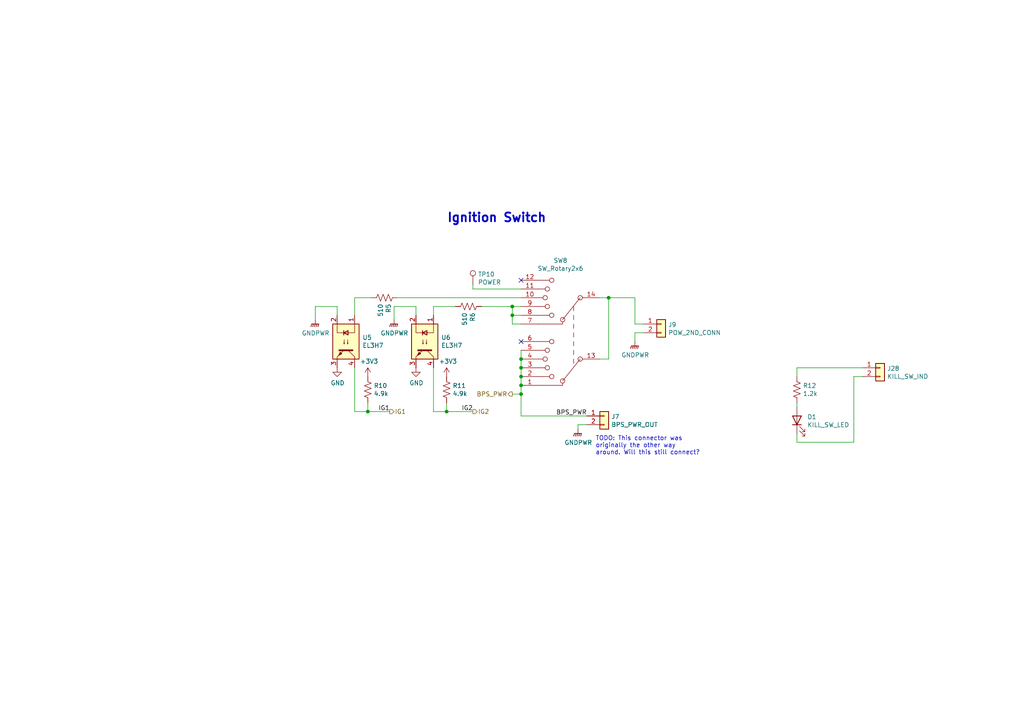
<source format=kicad_sch>
(kicad_sch (version 20211123) (generator eeschema)
  (paper "A4")
  (lib_symbols
    (symbol "Connector:TestPoint" (pin_numbers hide) (pin_names (offset 0.762) hide)
      (property "Reference" "TP" (at 0 6.858 0))
      (property "Value" "TestPoint" (at 0 5.08 0))
      (symbol "TestPoint_0_1"
        (circle (center 0 3.302) (radius 0.762))
      )
      (symbol "TestPoint_1_1"
        (pin passive line (at 0 0 90) (length 2.54) (name "1") (number "1"))
      )
    )
    (symbol "Connector_Generic:Conn_01x02" (pin_names (offset 1.016) hide)
      (property "Reference" "J" (at 0 2.54 0))
      (property "Value" "Conn_01x02" (at 0 -5.08 0))
      (symbol "Conn_01x02_1_1"
        (rectangle (start -1.27 -2.413) (end 0 -2.667) (stroke (width 0.1524)))
        (rectangle (start -1.27 0.127) (end 0 -0.127) (stroke (width 0.1524)))
        (rectangle (start -1.27 1.27) (end 1.27 -3.81) (stroke (width 0.254)) (fill (type background)))
        (pin passive line (at -5.08 0 0) (length 3.81) (name "Pin_1") (number "1"))
        (pin passive line (at -5.08 -2.54 0) (length 3.81) (name "Pin_2") (number "2"))
      )
    )
    (symbol "Device:LED" (pin_numbers hide) (pin_names (offset 1.016) hide)
      (property "Reference" "D" (at 0 2.54 0))
      (property "Value" "LED" (at 0 -2.54 0))
      (symbol "LED_0_1"
        (polyline (pts (xy -1.27 -1.27) (xy -1.27 1.27)) (stroke (width 0.254)))
        (polyline (pts (xy -1.27 0) (xy 1.27 0)))
        (polyline (pts (xy 1.27 -1.27) (xy 1.27 1.27) (xy -1.27 0) (xy 1.27 -1.27)) (stroke (width 0.254)))
        (polyline (pts (xy -3.048 -0.762) (xy -4.572 -2.286) (xy -3.81 -2.286) (xy -4.572 -2.286) (xy -4.572 -1.524)))
        (polyline (pts (xy -1.778 -0.762) (xy -3.302 -2.286) (xy -2.54 -2.286) (xy -3.302 -2.286) (xy -3.302 -1.524)))
      )
      (symbol "LED_1_1"
        (pin passive line (at -3.81 0 0) (length 2.54) (name "K") (number "1"))
        (pin passive line (at 3.81 0 180) (length 2.54) (name "A") (number "2"))
      )
    )
    (symbol "Device:R_US" (pin_numbers hide) (pin_names (offset 0))
      (property "Reference" "R" (at 2.54 0 90))
      (property "Value" "R_US" (at -2.54 0 90))
      (symbol "R_US_0_1"
        (polyline (pts (xy 0 -2.286) (xy 0 -2.54)))
        (polyline (pts (xy 0 2.286) (xy 0 2.54)))
        (polyline (pts (xy 0 -0.762) (xy 1.016 -1.143) (xy 0 -1.524) (xy -1.016 -1.905) (xy 0 -2.286)))
        (polyline (pts (xy 0 0.762) (xy 1.016 0.381) (xy 0 0) (xy -1.016 -0.381) (xy 0 -0.762)))
        (polyline (pts (xy 0 2.286) (xy 1.016 1.905) (xy 0 1.524) (xy -1.016 1.143) (xy 0 0.762)))
      )
      (symbol "R_US_1_1"
        (pin passive line (at 0 3.81 270) (length 1.27) (name "~") (number "1"))
        (pin passive line (at 0 -3.81 90) (length 1.27) (name "~") (number "2"))
      )
    )
    (symbol "Isolator:SFH617A-1" (pin_names (offset 1.016))
      (property "Reference" "U" (at -5.08 5.08 0))
      (property "Value" "SFH617A-1" (at 0 5.08 0))
      (symbol "SFH617A-1_0_1"
        (rectangle (start -5.08 3.81) (end 5.08 -3.81) (stroke (width 0.254)) (fill (type background)))
        (polyline (pts (xy -3.175 -0.635) (xy -1.905 -0.635)) (stroke (width 0.254)))
        (polyline (pts (xy 2.54 0.635) (xy 4.445 2.54)))
        (polyline (pts (xy 4.445 -2.54) (xy 2.54 -0.635)) (fill (type outline)))
        (polyline (pts (xy 4.445 -2.54) (xy 5.08 -2.54)))
        (polyline (pts (xy 4.445 2.54) (xy 5.08 2.54)))
        (polyline (pts (xy -2.54 -0.635) (xy -2.54 -2.54) (xy -5.08 -2.54)))
        (polyline (pts (xy 2.54 1.905) (xy 2.54 -1.905) (xy 2.54 -1.905)) (stroke (width 0.508)))
        (polyline (pts (xy -5.08 2.54) (xy -2.54 2.54) (xy -2.54 -1.27) (xy -2.54 0.635)))
        (polyline (pts (xy -2.54 -0.635) (xy -3.175 0.635) (xy -1.905 0.635) (xy -2.54 -0.635)) (stroke (width 0.254)))
        (polyline (pts (xy -0.508 -0.508) (xy 0.762 -0.508) (xy 0.381 -0.635) (xy 0.381 -0.381) (xy 0.762 -0.508)))
        (polyline (pts (xy -0.508 0.508) (xy 0.762 0.508) (xy 0.381 0.381) (xy 0.381 0.635) (xy 0.762 0.508)))
        (polyline (pts (xy 3.048 -1.651) (xy 3.556 -1.143) (xy 4.064 -2.159) (xy 3.048 -1.651) (xy 3.048 -1.651)) (fill (type outline)))
      )
      (symbol "SFH617A-1_1_1"
        (pin passive line (at -7.62 2.54 0) (length 2.54) (name "~") (number "1"))
        (pin passive line (at -7.62 -2.54 0) (length 2.54) (name "~") (number "2"))
        (pin passive line (at 7.62 -2.54 180) (length 2.54) (name "~") (number "3"))
        (pin passive line (at 7.62 2.54 180) (length 2.54) (name "~") (number "4"))
      )
    )
    (symbol "Switch:SW_Rotary2x6" (pin_names (offset 1.016) hide)
      (property "Reference" "SW" (at 0 17.78 0))
      (property "Value" "SW_Rotary2x6" (at 0 -17.78 0))
      (symbol "SW_Rotary2x6_0_0"
        (circle (center -4.445 -10.16) (radius 0.635))
        (circle (center -4.445 7.62) (radius 0.635))
        (polyline (pts (xy -4.445 -10.16) (xy 0.635 -3.81)))
        (polyline (pts (xy -4.445 7.62) (xy 0.635 13.97)))
        (polyline (pts (xy -2.54 -7.62) (xy -2.54 -6.35)))
        (polyline (pts (xy -2.54 -5.08) (xy -2.54 -3.81)))
        (polyline (pts (xy -2.54 -2.54) (xy -2.54 -1.27)))
        (polyline (pts (xy -2.54 0) (xy -2.54 1.27)))
        (polyline (pts (xy -2.54 2.54) (xy -2.54 3.81)))
        (polyline (pts (xy -2.54 5.08) (xy -2.54 6.35)))
        (polyline (pts (xy -2.54 7.62) (xy -2.54 8.89)))
        (polyline (pts (xy 4.445 -5.08) (xy 7.62 -5.08)))
        (polyline (pts (xy 4.445 12.7) (xy 7.62 12.7)))
        (polyline (pts (xy 5.715 -12.7) (xy 7.62 -12.7)))
        (polyline (pts (xy 5.715 -7.62) (xy 7.62 -7.62)))
        (polyline (pts (xy 5.715 5.08) (xy 7.62 5.08)))
        (polyline (pts (xy 5.715 10.16) (xy 7.62 10.16)))
        (polyline (pts (xy 6.35 -10.16) (xy 7.62 -10.16)))
        (polyline (pts (xy 6.35 7.62) (xy 7.62 7.62)))
        (polyline (pts (xy 7.62 -15.24) (xy 4.445 -15.24)))
        (polyline (pts (xy 7.62 2.54) (xy 4.445 2.54)))
        (polyline (pts (xy 0.635 -3.175) (xy 0.635 -2.54) (xy 7.62 -2.54)))
        (polyline (pts (xy 0.635 14.605) (xy 0.635 15.24) (xy 7.62 15.24)))
        (circle (center 0.635 -3.81) (radius 0.635))
        (circle (center 0.635 13.97) (radius 0.635))
        (circle (center 3.81 -15.24) (radius 0.635))
        (circle (center 3.81 -5.08) (radius 0.635))
        (circle (center 3.81 2.54) (radius 0.635))
        (circle (center 3.81 12.7) (radius 0.635))
        (circle (center 5.08 -12.7) (radius 0.635))
        (circle (center 5.08 -7.62) (radius 0.635))
        (circle (center 5.08 5.08) (radius 0.635))
        (circle (center 5.08 10.16) (radius 0.635))
        (circle (center 5.715 -10.16) (radius 0.635))
        (circle (center 5.715 7.62) (radius 0.635))
      )
      (symbol "SW_Rotary2x6_0_1"
        (pin passive line (at 12.7 15.24 180) (length 5.08) (name "1") (number "1"))
        (pin passive line (at 12.7 -10.16 180) (length 5.08) (name "10") (number "10"))
        (pin passive line (at 12.7 -12.7 180) (length 5.08) (name "11") (number "11"))
        (pin passive line (at 12.7 -15.24 180) (length 5.08) (name "12") (number "12"))
        (pin passive line (at -10.16 7.62 0) (length 5.08) (name "13") (number "13"))
        (pin passive line (at -10.16 -10.16 0) (length 5.08) (name "14") (number "14"))
        (pin passive line (at 12.7 12.7 180) (length 5.08) (name "2") (number "2"))
        (pin passive line (at 12.7 10.16 180) (length 5.08) (name "3") (number "3"))
        (pin passive line (at 12.7 7.62 180) (length 5.08) (name "4") (number "4"))
        (pin passive line (at 12.7 5.08 180) (length 5.08) (name "5") (number "5"))
        (pin passive line (at 12.7 2.54 180) (length 5.08) (name "6") (number "6"))
        (pin passive line (at 12.7 -2.54 180) (length 5.08) (name "7") (number "7"))
        (pin passive line (at 12.7 -5.08 180) (length 5.08) (name "8") (number "8"))
        (pin passive line (at 12.7 -7.62 180) (length 5.08) (name "9") (number "9"))
      )
    )
    (symbol "power:+3.3V" (power) (pin_names (offset 0))
      (property "Value" "+3.3V" (at 0 3.556 0))
      (symbol "+3.3V_0_1"
        (polyline (pts (xy -0.762 1.27) (xy 0 2.54)))
        (polyline (pts (xy 0 0) (xy 0 2.54)))
        (polyline (pts (xy 0 2.54) (xy 0.762 1.27)))
      )
      (symbol "+3.3V_1_1"
        (pin power_in line (at 0 0 90) (length 0) hide (name "+3V3") (number "1"))
      )
    )
    (symbol "power:GND" (power) (pin_names (offset 0))
      (property "Value" "GND" (at 0 -3.81 0))
      (symbol "GND_0_1"
        (polyline (pts (xy 0 0) (xy 0 -1.27) (xy 1.27 -1.27) (xy 0 -2.54) (xy -1.27 -1.27) (xy 0 -1.27)))
      )
      (symbol "GND_1_1"
        (pin power_in line (at 0 0 270) (length 0) hide (name "GND") (number "1"))
      )
    )
    (symbol "power:GNDPWR" (power) (pin_names (offset 0))
      (property "Value" "GNDPWR" (at 0 -3.302 0))
      (symbol "GNDPWR_0_1"
        (polyline (pts (xy 0 -1.27) (xy 0 0)))
        (polyline (pts (xy -1.016 -1.27) (xy -1.27 -2.032) (xy -1.27 -2.032)) (stroke (width 0.2032)))
        (polyline (pts (xy -0.508 -1.27) (xy -0.762 -2.032) (xy -0.762 -2.032)) (stroke (width 0.2032)))
        (polyline (pts (xy 0 -1.27) (xy -0.254 -2.032) (xy -0.254 -2.032)) (stroke (width 0.2032)))
        (polyline (pts (xy 0.508 -1.27) (xy 0.254 -2.032) (xy 0.254 -2.032)) (stroke (width 0.2032)))
        (polyline (pts (xy 1.016 -1.27) (xy -1.016 -1.27) (xy -1.016 -1.27)) (stroke (width 0.2032)))
        (polyline (pts (xy 1.016 -1.27) (xy 0.762 -2.032) (xy 0.762 -2.032) (xy 0.762 -2.032)) (stroke (width 0.2032)))
      )
      (symbol "GNDPWR_1_1"
        (pin power_in line (at 0 0 270) (length 0) hide (name "GNDPWR") (number "1"))
      )
    )
  )
  (junction (at 176.53 86.36))
  (junction (at 129.54 119.38))
  (junction (at 148.59 88.9))
  (junction (at 151.13 114.3))
  (junction (at 148.59 91.44))
  (junction (at 151.13 111.76))
  (junction (at 151.13 106.68))
  (junction (at 151.13 104.14))
  (junction (at 106.68 119.38))
  (junction (at 151.13 109.22))
  (no_connect (at 151.13 99.06))
  (no_connect (at 151.13 81.28))
  (wire (pts (xy 102.87 86.36) (xy 102.87 91.44)))
  (wire (pts (xy 148.59 88.9) (xy 139.7 88.9)))
  (wire (pts (xy 120.65 88.9) (xy 114.3 88.9)))
  (wire (pts (xy 102.87 106.68) (xy 102.87 119.38)))
  (wire (pts (xy 176.53 86.36) (xy 184.15 86.36)))
  (wire (pts (xy 151.13 91.44) (xy 148.59 91.44)))
  (wire (pts (xy 184.15 99.06) (xy 184.15 96.52)))
  (wire (pts (xy 102.87 119.38) (xy 106.68 119.38)))
  (wire (pts (xy 102.87 86.36) (xy 107.696 86.36)))
  (wire (pts (xy 120.65 91.44) (xy 120.65 88.9)))
  (wire (pts (xy 167.64 123.19) (xy 170.18 123.19)))
  (wire (pts (xy 132.08 88.9) (xy 125.73 88.9)))
  (wire (pts (xy 137.16 83.82) (xy 151.13 83.82)))
  (wire (pts (xy 114.3 88.9) (xy 114.3 92.71)))
  (wire (pts (xy 151.13 104.14) (xy 151.13 106.68)))
  (wire (pts (xy 97.79 91.44) (xy 97.79 88.9)))
  (wire (pts (xy 151.13 93.98) (xy 148.59 93.98)))
  (wire (pts (xy 125.73 88.9) (xy 125.73 91.44)))
  (wire (pts (xy 125.73 119.38) (xy 129.54 119.38)))
  (wire (pts (xy 148.59 91.44) (xy 148.59 88.9)))
  (wire (pts (xy 247.65 109.22) (xy 250.19 109.22)))
  (wire (pts (xy 250.19 106.68) (xy 231.14 106.68)))
  (wire (pts (xy 231.14 118.11) (xy 231.14 116.84)))
  (wire (pts (xy 148.59 93.98) (xy 148.59 91.44)))
  (wire (pts (xy 170.18 120.65) (xy 151.13 120.65)))
  (wire (pts (xy 137.16 83.82) (xy 137.16 82.55)))
  (wire (pts (xy 151.13 106.68) (xy 151.13 109.22)))
  (wire (pts (xy 106.68 119.38) (xy 113.03 119.38)))
  (wire (pts (xy 184.15 96.52) (xy 186.69 96.52)))
  (wire (pts (xy 148.59 114.3) (xy 151.13 114.3)))
  (wire (pts (xy 176.53 104.14) (xy 176.53 86.36)))
  (wire (pts (xy 151.13 88.9) (xy 148.59 88.9)))
  (wire (pts (xy 125.73 106.68) (xy 125.73 119.38)))
  (wire (pts (xy 115.316 86.36) (xy 151.13 86.36)))
  (wire (pts (xy 151.13 101.6) (xy 151.13 104.14)))
  (wire (pts (xy 91.44 88.9) (xy 91.44 92.71)))
  (wire (pts (xy 173.99 104.14) (xy 176.53 104.14)))
  (wire (pts (xy 186.69 93.98) (xy 184.15 93.98)))
  (wire (pts (xy 151.13 114.3) (xy 151.13 120.65)))
  (wire (pts (xy 231.14 106.68) (xy 231.14 109.22)))
  (wire (pts (xy 129.54 116.84) (xy 129.54 119.38)))
  (wire (pts (xy 173.99 86.36) (xy 176.53 86.36)))
  (wire (pts (xy 97.79 88.9) (xy 91.44 88.9)))
  (wire (pts (xy 184.15 86.36) (xy 184.15 93.98)))
  (wire (pts (xy 129.54 119.38) (xy 137.16 119.38)))
  (wire (pts (xy 151.13 109.22) (xy 151.13 111.76)))
  (wire (pts (xy 106.68 116.84) (xy 106.68 119.38)))
  (wire (pts (xy 247.65 128.27) (xy 247.65 109.22)))
  (wire (pts (xy 231.14 125.73) (xy 231.14 128.27)))
  (wire (pts (xy 231.14 128.27) (xy 247.65 128.27)))
  (wire (pts (xy 151.13 111.76) (xy 151.13 114.3)))
  (wire (pts (xy 167.64 124.46) (xy 167.64 123.19)))
  (text "Ignition Switch" (at 129.54 64.77 0) (effects (font (size 2.54 2.54) (thickness 0.508) bold) (justify left bottom)))
  (text "TODO: This connector was\noriginally the other way\naround. Will this still connect?" (at 172.72 132.08 0) (effects (font (size 1.27 1.27)) (justify left bottom)))
  (label "IG2" (at 137.16 119.38 180))
  (label "BPS_PWR" (at 161.29 120.65 0))
  (label "IG1" (at 113.03 119.38 180))
  (hierarchical_label "BPS_PWR" (shape output) (at 148.59 114.3 180))
  (hierarchical_label "IG1" (shape output) (at 113.03 119.38 0))
  (hierarchical_label "IG2" (shape output) (at 137.16 119.38 0))
  (symbol (lib_id "Switch:SW_Rotary2x6") (at 163.83 96.52 180)
    (property "Reference" "SW8" (at 162.56 75.565 0))
    (property "Value" "SW_Rotary2x6" (at 162.56 77.8764 0))
    (property "Footprint" "UTSVT_Special:CK1035_resized" (effects hide))
    (property "Datasheet" "https://www.mouser.com/datasheet/2/242/CK-681.pdf" (effects hide))
    (property "Mouser Part Number" "10WA325 " (effects hide))
  )
  (symbol (lib_id "Device:R_US") (at 231.14 113.03 0)
    (property "Reference" "R12" (at 232.8672 111.8616 0) (effects (justify left)))
    (property "Value" "1.2k" (at 232.8672 114.173 0) (effects (justify left)))
    (property "Footprint" "Resistor_SMD:R_0805_2012Metric" (effects hide))
    (property "Mouser Part Number" "71-CRCW08051K20FKEA " (effects hide))
  )
  (symbol (lib_id "Device:LED") (at 231.14 121.92 90)
    (property "Reference" "D1" (at 234.1372 120.9294 90) (effects (justify right)))
    (property "Value" "KILL_SW_LED" (at 234.1372 123.2408 90) (effects (justify right)))
    (property "Footprint" "UTSVT_Connectors:Molex_MicroFit3.0_1x2xP3.00mm_PolarizingPeg_Vertical" (effects hide))
  )
  (symbol (lib_id "Connector:TestPoint") (at 137.16 82.55 0)
    (property "Reference" "TP10" (at 138.6332 79.5528 0) (effects (justify left)))
    (property "Value" "POWER" (at 138.6332 81.8642 0) (effects (justify left)))
    (property "Footprint" "TestPoint:TestPoint_Pad_1.5x1.5mm" (effects hide))
  )
  (symbol (lib_id "Isolator:SFH617A-1") (at 100.33 99.06 270)
    (property "Reference" "U5" (at 105.1052 97.8916 90) (effects (justify left)))
    (property "Value" "EL3H7" (at 105.1052 100.203 90) (effects (justify left)))
    (property "Footprint" "Package_SO:SOP-4_4.4x2.6mm_P1.27mm" (effects hide))
    (property "Mouser Part Number" "638-EL3H7DTAVG " (effects hide))
  )
  (symbol (lib_id "Isolator:SFH617A-1") (at 123.19 99.06 270)
    (property "Reference" "U6" (at 127.9652 97.8916 90) (effects (justify left)))
    (property "Value" "EL3H7" (at 127.9652 100.203 90) (effects (justify left)))
    (property "Footprint" "Package_SO:SOP-4_4.4x2.6mm_P1.27mm" (effects hide))
    (property "Mouser Part Number" "638-EL3H7DTAVG " (effects hide))
  )
  (symbol (lib_id "power:GNDPWR") (at 114.3 92.71 0)
    (property "Reference" "#PWR0145" (effects hide))
    (property "Value" "GNDPWR" (at 114.4016 96.6216 0))
  )
  (symbol (lib_id "power:GNDPWR") (at 91.44 92.71 0)
    (property "Reference" "#PWR0146" (effects hide))
    (property "Value" "GNDPWR" (at 91.5416 96.6216 0))
  )
  (symbol (lib_id "power:GND") (at 120.65 106.68 0)
    (property "Reference" "#PWR0147" (effects hide))
    (property "Value" "GND" (at 120.777 111.0742 0))
  )
  (symbol (lib_id "power:GND") (at 97.79 106.68 0)
    (property "Reference" "#PWR0148" (effects hide))
    (property "Value" "GND" (at 97.917 111.0742 0))
  )
  (symbol (lib_id "Device:R_US") (at 106.68 113.03 0)
    (property "Reference" "R10" (at 108.4072 111.8616 0) (effects (justify left)))
    (property "Value" "4.9k" (at 108.4072 114.173 0) (effects (justify left)))
    (property "Footprint" "Resistor_SMD:R_0805_2012Metric" (effects hide))
    (property "Mouser Part Number" "71-CRCW08054K99FKEAC " (effects hide))
  )
  (symbol (lib_id "Device:R_US") (at 129.54 113.03 0)
    (property "Reference" "R11" (at 131.2672 111.8616 0) (effects (justify left)))
    (property "Value" "4.9k" (at 131.2672 114.173 0) (effects (justify left)))
    (property "Footprint" "Resistor_SMD:R_0805_2012Metric" (effects hide))
    (property "Mouser Part Number" "71-CRCW08054K99FKEAC " (effects hide))
  )
  (symbol (lib_id "power:+3.3V") (at 129.54 109.22 0)
    (property "Reference" "#PWR0149" (effects hide))
    (property "Value" "+3.3V" (at 129.921 104.8258 0))
  )
  (symbol (lib_id "power:+3.3V") (at 106.68 109.22 0)
    (property "Reference" "#PWR0150" (effects hide))
    (property "Value" "+3.3V" (at 107.061 104.8258 0))
  )
  (symbol (lib_id "Connector_Generic:Conn_01x02") (at 175.26 120.65 0)
    (property "Reference" "J7" (at 177.292 120.8532 0) (effects (justify left)))
    (property "Value" "BPS_PWR_OUT" (at 177.292 123.1646 0) (effects (justify left)))
    (property "Footprint" "UTSVT_Connectors:Molex_MicroFit3.0_1x2xP3.00mm_PolarizingPeg_Vertical" (effects hide))
  )
  (symbol (lib_id "power:GNDPWR") (at 167.64 124.46 0)
    (property "Reference" "#PWR0151" (effects hide))
    (property "Value" "GNDPWR" (at 167.7416 128.3716 0))
  )
  (symbol (lib_id "Connector_Generic:Conn_01x02") (at 255.27 106.68 0)
    (property "Reference" "J28" (at 257.302 106.8832 0) (effects (justify left)))
    (property "Value" "KILL_SW_IND" (at 257.302 109.1946 0) (effects (justify left)))
    (property "Footprint" "UTSVT_Connectors:Molex_MicroFit3.0_1x2xP3.00mm_PolarizingPeg_Vertical" (effects hide))
  )
  (symbol (lib_id "Connector_Generic:Conn_01x02") (at 191.77 93.98 0)
    (property "Reference" "J9" (at 193.802 94.1832 0) (effects (justify left)))
    (property "Value" "POW_2ND_CONN" (at 193.802 96.4946 0) (effects (justify left)))
    (property "Footprint" "UTSVT_Connectors:Molex_MicroFit3.0_1x2xP3.00mm_PolarizingPeg_Vertical" (effects hide))
  )
  (symbol (lib_id "power:GNDPWR") (at 184.15 99.06 0)
    (property "Reference" "#PWR0129" (effects hide))
    (property "Value" "GNDPWR" (at 184.2516 102.9716 0))
  )
  (symbol (lib_id "Device:R_US") (at 135.89 88.9 270)
    (property "Reference" "R6" (at 137.0584 90.6272 0) (effects (justify left)))
    (property "Value" "510" (at 134.747 90.6272 0) (effects (justify left)))
    (property "Footprint" "Resistor_SMD:R_0805_2012Metric" (effects hide))
    (property "Mouser Part Number" "71-CRCW08054K99FKEAC " (effects hide))
  )
  (symbol (lib_id "Device:R_US") (at 111.506 86.36 270)
    (property "Reference" "R5" (at 112.6744 88.0872 0) (effects (justify left)))
    (property "Value" "510" (at 110.363 88.0872 0) (effects (justify left)))
    (property "Footprint" "Resistor_SMD:R_0805_2012Metric" (effects hide))
    (property "Mouser Part Number" "71-CRCW08054K99FKEAC " (effects hide))
  )
)
</source>
